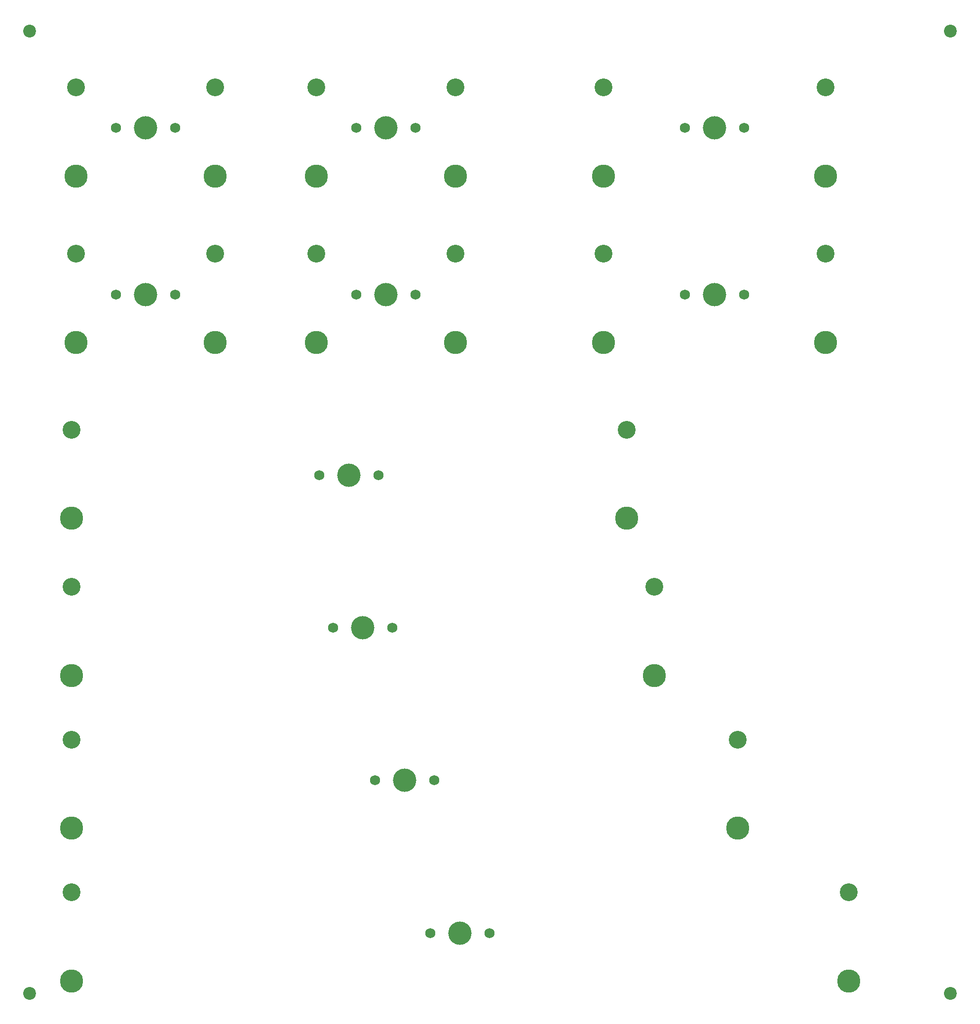
<source format=gbr>
%TF.GenerationSoftware,KiCad,Pcbnew,7.0.7*%
%TF.CreationDate,2023-09-19T16:24:47+02:00*%
%TF.ProjectId,StabTester,53746162-5465-4737-9465-722e6b696361,rev?*%
%TF.SameCoordinates,Original*%
%TF.FileFunction,Soldermask,Top*%
%TF.FilePolarity,Negative*%
%FSLAX46Y46*%
G04 Gerber Fmt 4.6, Leading zero omitted, Abs format (unit mm)*
G04 Created by KiCad (PCBNEW 7.0.7) date 2023-09-19 16:24:47*
%MOMM*%
%LPD*%
G01*
G04 APERTURE LIST*
%ADD10C,2.200000*%
%ADD11C,3.987800*%
%ADD12C,3.048000*%
%ADD13C,1.750000*%
%ADD14C,4.000000*%
G04 APERTURE END LIST*
D10*
%TO.C,H10*%
X249237500Y-53181250D03*
%TD*%
%TO.C,H9*%
X249237500Y-218281250D03*
%TD*%
%TO.C,H8*%
X91281250Y-218281250D03*
%TD*%
%TO.C,H7*%
X91281250Y-53181250D03*
%TD*%
D11*
%TO.C,H2*%
X189762000Y-78075000D03*
D12*
X227862000Y-62865000D03*
D11*
X227862000Y-78075000D03*
D12*
X189762000Y-62865000D03*
%TD*%
D13*
%TO.C,MX1*%
X160655000Y-181768750D03*
X150495000Y-181768750D03*
D14*
X155575000Y-181768750D03*
%TD*%
D12*
%TO.C,H4*%
X198431250Y-148590000D03*
D11*
X198431250Y-163800000D03*
D12*
X98431250Y-148590000D03*
D11*
X98431250Y-163800000D03*
%TD*%
%TO.C,H1*%
X123063000Y-106650000D03*
X99187000Y-106650000D03*
D12*
X123063000Y-91440000D03*
X99187000Y-91440000D03*
%TD*%
%TO.C,H1*%
X140462000Y-91440000D03*
D11*
X140462000Y-106650000D03*
X164338000Y-106650000D03*
D12*
X164338000Y-91440000D03*
%TD*%
%TO.C,H5*%
X212725000Y-174783750D03*
D11*
X98425000Y-189993750D03*
X212725000Y-189993750D03*
D12*
X98425000Y-174783750D03*
%TD*%
D14*
%TO.C,MX3*%
X152400000Y-69850000D03*
D13*
X147320000Y-69850000D03*
X157480000Y-69850000D03*
%TD*%
D14*
%TO.C,MX3*%
X111125000Y-98425000D03*
D13*
X116205000Y-98425000D03*
X106045000Y-98425000D03*
%TD*%
D12*
%TO.C,H3*%
X98480750Y-121602500D03*
X193730750Y-121602500D03*
D11*
X98480750Y-136812500D03*
X193730750Y-136812500D03*
%TD*%
D13*
%TO.C,MX5*%
X203676250Y-69850000D03*
X213836250Y-69850000D03*
D14*
X208756250Y-69850000D03*
%TD*%
D13*
%TO.C,MX4*%
X140970000Y-129381250D03*
X151130000Y-129381250D03*
D14*
X146050000Y-129381250D03*
%TD*%
D12*
%TO.C,H1*%
X164338000Y-62865000D03*
D11*
X140462000Y-78075000D03*
D12*
X140462000Y-62865000D03*
D11*
X164338000Y-78075000D03*
%TD*%
D12*
%TO.C,H1*%
X123063000Y-62865000D03*
X99187000Y-62865000D03*
D11*
X123063000Y-78075000D03*
X99187000Y-78075000D03*
%TD*%
D12*
%TO.C,H6*%
X98425000Y-200977500D03*
D11*
X98425000Y-216187500D03*
D12*
X231775000Y-200977500D03*
D11*
X231775000Y-216187500D03*
%TD*%
D13*
%TO.C,MX5*%
X203676250Y-98425000D03*
X213836250Y-98425000D03*
D14*
X208756250Y-98425000D03*
%TD*%
D13*
%TO.C,MX3*%
X157480000Y-98425000D03*
D14*
X152400000Y-98425000D03*
D13*
X147320000Y-98425000D03*
%TD*%
%TO.C,MX6*%
X153511250Y-155575000D03*
D14*
X148431250Y-155575000D03*
D13*
X143351250Y-155575000D03*
%TD*%
%TO.C,MX3*%
X116205000Y-69850000D03*
X106045000Y-69850000D03*
D14*
X111125000Y-69850000D03*
%TD*%
D12*
%TO.C,H2*%
X227862000Y-91440000D03*
D11*
X189762000Y-106650000D03*
D12*
X189762000Y-91440000D03*
D11*
X227862000Y-106650000D03*
%TD*%
D14*
%TO.C,MX2*%
X165100000Y-207962500D03*
D13*
X160020000Y-207962500D03*
X170180000Y-207962500D03*
%TD*%
M02*

</source>
